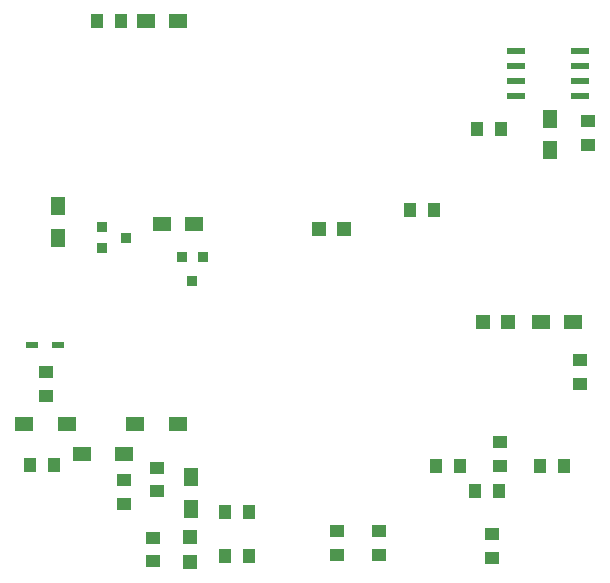
<source format=gtp>
%FSLAX46Y46*%
G04 Gerber Fmt 4.6, Leading zero omitted, Abs format (unit mm)*
G04 Created by KiCad (PCBNEW (2014-10-27 BZR 5228)-product) date 22/05/2015 08:20:29*
%MOMM*%
G01*
G04 APERTURE LIST*
%ADD10C,0.100000*%
%ADD11R,1.250000X1.000000*%
%ADD12R,1.000000X1.250000*%
%ADD13R,1.550000X0.600000*%
%ADD14R,1.500000X1.300000*%
%ADD15R,1.300000X1.500000*%
%ADD16R,1.198880X1.198880*%
%ADD17R,0.914400X0.914400*%
%ADD18R,1.000760X0.599440*%
%ADD19R,1.600200X1.198880*%
G04 APERTURE END LIST*
D10*
D11*
X190900000Y-76400000D03*
X190900000Y-74400000D03*
D12*
X189550000Y-83350000D03*
X187550000Y-83350000D03*
D11*
X184150000Y-81350000D03*
X184150000Y-83350000D03*
D12*
X182050000Y-85500000D03*
X184050000Y-85500000D03*
D11*
X173900000Y-90900000D03*
X173900000Y-88900000D03*
X170350000Y-88900000D03*
X170350000Y-90900000D03*
D12*
X162900000Y-91000000D03*
X160900000Y-91000000D03*
X152050000Y-45700000D03*
X150050000Y-45700000D03*
D11*
X191600000Y-54200000D03*
X191600000Y-56200000D03*
D13*
X185501300Y-48234600D03*
X185501300Y-49504600D03*
X185501300Y-50774600D03*
X185501300Y-52044600D03*
X190901300Y-52044600D03*
X190901300Y-50774600D03*
X190901300Y-49504600D03*
X190901300Y-48234600D03*
D11*
X154800000Y-89450000D03*
X154800000Y-91450000D03*
D12*
X184200000Y-54800000D03*
X182200000Y-54800000D03*
X162900000Y-87250000D03*
X160900000Y-87250000D03*
D14*
X156850000Y-45700000D03*
X154150000Y-45700000D03*
D15*
X188400000Y-53950000D03*
X188400000Y-56650000D03*
D12*
X176550000Y-61700000D03*
X178550000Y-61700000D03*
D15*
X146700000Y-64050000D03*
X146700000Y-61350000D03*
D16*
X157900000Y-91499020D03*
X157900000Y-89400980D03*
X170949020Y-63300000D03*
X168850980Y-63300000D03*
X182750980Y-71200000D03*
X184849020Y-71200000D03*
D15*
X157950000Y-84300000D03*
X157950000Y-87000000D03*
D14*
X190350000Y-71200000D03*
X187650000Y-71200000D03*
D17*
X157211000Y-65684000D03*
X158989000Y-65684000D03*
X158100000Y-67716000D03*
X150484000Y-64939000D03*
X150484000Y-63161000D03*
X152516000Y-64050000D03*
D14*
X158250000Y-62900000D03*
X155550000Y-62900000D03*
D18*
X146749820Y-73100000D03*
X144550180Y-73100000D03*
D11*
X155100000Y-83500000D03*
X155100000Y-85500000D03*
X152350000Y-84550000D03*
X152350000Y-86550000D03*
D12*
X146350000Y-83250000D03*
X144350000Y-83250000D03*
D11*
X145750000Y-77450000D03*
X145750000Y-75450000D03*
D12*
X180750000Y-83400000D03*
X178750000Y-83400000D03*
D11*
X183500000Y-89150000D03*
X183500000Y-91150000D03*
D19*
X156850860Y-79800000D03*
X153249140Y-79800000D03*
X152350860Y-82350000D03*
X148749140Y-82350000D03*
X147450860Y-79800000D03*
X143849140Y-79800000D03*
M02*

</source>
